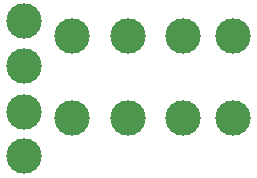
<source format=gbr>
%TF.GenerationSoftware,KiCad,Pcbnew,8.0.7*%
%TF.CreationDate,2024-12-30T14:37:26-05:00*%
%TF.ProjectId,SwitchBoard,53776974-6368-4426-9f61-72642e6b6963,rev?*%
%TF.SameCoordinates,Original*%
%TF.FileFunction,Soldermask,Top*%
%TF.FilePolarity,Negative*%
%FSLAX46Y46*%
G04 Gerber Fmt 4.6, Leading zero omitted, Abs format (unit mm)*
G04 Created by KiCad (PCBNEW 8.0.7) date 2024-12-30 14:37:26*
%MOMM*%
%LPD*%
G01*
G04 APERTURE LIST*
%ADD10C,3.000000*%
G04 APERTURE END LIST*
D10*
%TO.C,H4*%
X158000000Y-65600000D03*
%TD*%
%TO.C,H1*%
X175700000Y-63000000D03*
%TD*%
%TO.C,H6*%
X158000000Y-69500000D03*
%TD*%
%TO.C,H5*%
X158000000Y-73200000D03*
%TD*%
%TO.C,SW1*%
X171500000Y-63000000D03*
X162100000Y-63000000D03*
X166800000Y-63000000D03*
%TD*%
%TO.C,H3*%
X158000000Y-61800000D03*
%TD*%
%TO.C,H2*%
X175700000Y-70000000D03*
%TD*%
%TO.C,SW2*%
X171500000Y-70000000D03*
X162100000Y-70000000D03*
X166800000Y-70000000D03*
%TD*%
M02*

</source>
